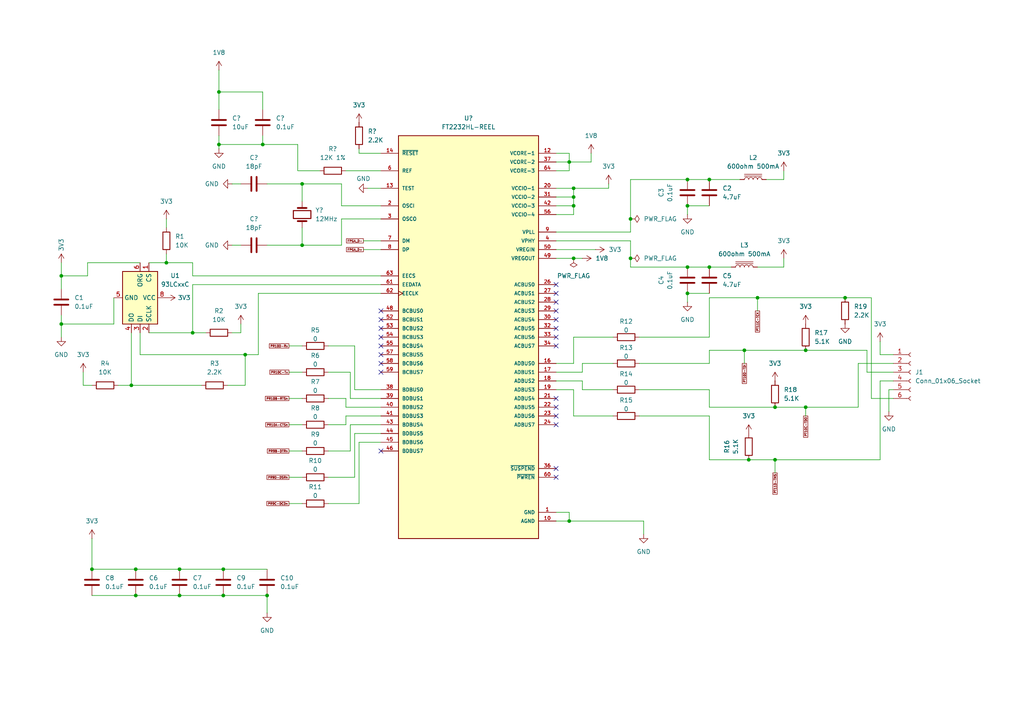
<source format=kicad_sch>
(kicad_sch (version 20250114) (generator "eeschema") (generator_version "9.0")
  (paper "A4")
  (lib_symbols
    (symbol "Connector:Conn_01x06_Socket" (pin_names (offset 1.016) (hide yes))
      (property "Reference" "J" (at 0 7.62 0))
      (property "Value" "Conn_01x06_Socket" (at 0 -10.16 0))
      (symbol "Conn_01x06_Socket_1_1"
        (polyline (pts (xy -1.27 5.08) (xy -0.508 5.08)) (stroke (width 0.1524)))
        (polyline (pts (xy -1.27 2.54) (xy -0.508 2.54)) (stroke (width 0.1524)))
        (polyline (pts (xy -1.27 0) (xy -0.508 0)) (stroke (width 0.1524)))
        (polyline (pts (xy -1.27 -2.54) (xy -0.508 -2.54)) (stroke (width 0.1524)))
        (polyline (pts (xy -1.27 -5.08) (xy -0.508 -5.08)) (stroke (width 0.1524)))
        (polyline (pts (xy -1.27 -7.62) (xy -0.508 -7.62)) (stroke (width 0.1524)))
        (arc (start 0 4.572) (mid -0.5058 5.08) (end 0 5.588) (stroke (width 0.1524)))
        (arc (start 0 2.032) (mid -0.5058 2.54) (end 0 3.048) (stroke (width 0.1524)))
        (arc (start 0 -0.508) (mid -0.5058 0) (end 0 0.508) (stroke (width 0.1524)))
        (arc (start 0 -3.048) (mid -0.5058 -2.54) (end 0 -2.032) (stroke (width 0.1524)))
        (arc (start 0 -5.588) (mid -0.5058 -5.08) (end 0 -4.572) (stroke (width 0.1524)))
        (arc (start 0 -8.128) (mid -0.5058 -7.62) (end 0 -7.112) (stroke (width 0.1524)))
        (pin passive line (at -5.08 5.08 0) (length 3.81) (name "Pin_1") (number "1"))
        (pin passive line (at -5.08 2.54 0) (length 3.81) (name "Pin_2") (number "2"))
        (pin passive line (at -5.08 0 0) (length 3.81) (name "Pin_3") (number "3"))
        (pin passive line (at -5.08 -2.54 0) (length 3.81) (name "Pin_4") (number "4"))
        (pin passive line (at -5.08 -5.08 0) (length 3.81) (name "Pin_5") (number "5"))
        (pin passive line (at -5.08 -7.62 0) (length 3.81) (name "Pin_6") (number "6"))
      )
    )
    (symbol "Device:C" (pin_numbers (hide yes)) (pin_names (offset 0.254))
      (property "Reference" "C" (at 0.635 2.54 0))
      (property "Value" "C" (at 0.635 -2.54 0))
      (symbol "C_0_1"
        (polyline (pts (xy -2.032 0.762) (xy 2.032 0.762)) (stroke (width 0.508)))
        (polyline (pts (xy -2.032 -0.762) (xy 2.032 -0.762)) (stroke (width 0.508)))
      )
      (symbol "C_1_1"
        (pin passive line (at 0 3.81 270) (length 2.794) (name "~") (number "1"))
        (pin passive line (at 0 -3.81 90) (length 2.794) (name "~") (number "2"))
      )
    )
    (symbol "Device:Crystal" (pin_numbers (hide yes)) (pin_names (offset 1.016) (hide yes))
      (property "Reference" "Y" (at 0 3.81 0))
      (property "Value" "Crystal" (at 0 -3.81 0))
      (symbol "Crystal_0_1"
        (polyline (pts (xy -2.54 0) (xy -1.905 0)))
        (polyline (pts (xy -1.905 -1.27) (xy -1.905 1.27)) (stroke (width 0.508)))
        (rectangle (start -1.143 2.54) (end 1.143 -2.54) (stroke (width 0.3048)))
        (polyline (pts (xy 1.905 -1.27) (xy 1.905 1.27)) (stroke (width 0.508)))
        (polyline (pts (xy 2.54 0) (xy 1.905 0)))
      )
      (symbol "Crystal_1_1"
        (pin passive line (at -3.81 0 0) (length 1.27) (name "1") (number "1"))
        (pin passive line (at 3.81 0 180) (length 1.27) (name "2") (number "2"))
      )
    )
    (symbol "Device:L_Iron" (pin_numbers (hide yes)) (pin_names (offset 1.016) (hide yes))
      (property "Reference" "L" (at -1.27 0 90))
      (property "Value" "L_Iron" (at 2.794 0 90))
      (symbol "L_Iron_0_1"
        (arc (start 0 2.54) (mid 0.6323 1.905) (end 0 1.27))
        (arc (start 0 1.27) (mid 0.6323 0.635) (end 0 0))
        (arc (start 0 0) (mid 0.6323 -0.635) (end 0 -1.27))
        (arc (start 0 -1.27) (mid 0.6323 -1.905) (end 0 -2.54))
        (polyline (pts (xy 1.016 2.54) (xy 1.016 -2.54)))
        (polyline (pts (xy 1.524 -2.54) (xy 1.524 2.54)))
      )
      (symbol "L_Iron_1_1"
        (pin passive line (at 0 3.81 270) (length 1.27) (name "1") (number "1"))
        (pin passive line (at 0 -3.81 90) (length 1.27) (name "2") (number "2"))
      )
    )
    (symbol "Device:R" (pin_numbers (hide yes)) (pin_names (offset 0))
      (property "Reference" "R" (at 2.032 0 90))
      (property "Value" "R" (at 0 0 90))
      (symbol "R_0_1"
        (rectangle (start -1.016 -2.54) (end 1.016 2.54) (stroke (width 0.254)))
      )
      (symbol "R_1_1"
        (pin passive line (at 0 3.81 270) (length 1.27) (name "~") (number "1"))
        (pin passive line (at 0 -3.81 90) (length 1.27) (name "~") (number "2"))
      )
    )
    (symbol "FT2232HL-REEL:FT2232HL-REEL" (pin_names (offset 1.016))
      (property "Reference" "U" (at -20.8706 59.303 0))
      (property "Value" "FT2232HL-REEL" (at -20.6502 -62.2055 0))
      (symbol "FT2232HL-REEL_0_0"
        (rectangle (start -20.32 -58.42) (end 20.32 58.42) (stroke (width 0.254)) (fill (type background)))
        (pin input line (at -25.4 53.34 0) (length 5.08) (name "~{RESET}") (number "14"))
        (pin input line (at -25.4 48.26 0) (length 5.08) (name "REF") (number "6"))
        (pin input line (at -25.4 43.18 0) (length 5.08) (name "TEST") (number "13"))
        (pin input line (at -25.4 38.1 0) (length 5.08) (name "OSCI") (number "2"))
        (pin output line (at -25.4 34.29 0) (length 5.08) (name "OSCO") (number "3"))
        (pin bidirectional line (at -25.4 27.94 0) (length 5.08) (name "DM") (number "7"))
        (pin bidirectional line (at -25.4 25.4 0) (length 5.08) (name "DP") (number "8"))
        (pin bidirectional line (at -25.4 17.78 0) (length 5.08) (name "EECS") (number "63"))
        (pin bidirectional line (at -25.4 15.24 0) (length 5.08) (name "EEDATA") (number "61"))
        (pin output clock (at -25.4 12.7 0) (length 5.08) (name "EECLK") (number "62"))
        (pin bidirectional line (at -25.4 7.62 0) (length 5.08) (name "BCBUS0") (number "48"))
        (pin bidirectional line (at -25.4 5.08 0) (length 5.08) (name "BCBUS1") (number "52"))
        (pin bidirectional line (at -25.4 2.54 0) (length 5.08) (name "BCBUS2") (number "53"))
        (pin bidirectional line (at -25.4 0 0) (length 5.08) (name "BCBUS3") (number "54"))
        (pin bidirectional line (at -25.4 -2.54 0) (length 5.08) (name "BCBUS4") (number "55"))
        (pin bidirectional line (at -25.4 -5.08 0) (length 5.08) (name "BCBUS5") (number "57"))
        (pin bidirectional line (at -25.4 -7.62 0) (length 5.08) (name "BCBUS6") (number "58"))
        (pin bidirectional line (at -25.4 -10.16 0) (length 5.08) (name "BCBUS7") (number "59"))
        (pin bidirectional line (at -25.4 -15.24 0) (length 5.08) (name "BDBUS0") (number "38"))
        (pin bidirectional line (at -25.4 -17.78 0) (length 5.08) (name "BDBUS1") (number "39"))
        (pin bidirectional line (at -25.4 -20.32 0) (length 5.08) (name "BDBUS2") (number "40"))
        (pin bidirectional line (at -25.4 -22.86 0) (length 5.08) (name "BDBUS3") (number "41"))
        (pin bidirectional line (at -25.4 -25.4 0) (length 5.08) (name "BDBUS4") (number "43"))
        (pin bidirectional line (at -25.4 -27.94 0) (length 5.08) (name "BDBUS5") (number "44"))
        (pin bidirectional line (at -25.4 -30.48 0) (length 5.08) (name "BDBUS6") (number "45"))
        (pin bidirectional line (at -25.4 -33.02 0) (length 5.08) (name "BDBUS7") (number "46"))
        (pin power_in line (at 25.4 53.34 180) (length 5.08) (name "VCORE-1") (number "12"))
        (pin power_in line (at 25.4 50.8 180) (length 5.08) (name "VCORE-2") (number "37"))
        (pin power_in line (at 25.4 48.26 180) (length 5.08) (name "VCORE-3") (number "64"))
        (pin power_in line (at 25.4 43.18 180) (length 5.08) (name "VCCIO-1") (number "20"))
        (pin power_in line (at 25.4 40.64 180) (length 5.08) (name "VCCIO-2") (number "31"))
        (pin power_in line (at 25.4 38.1 180) (length 5.08) (name "VCCIO-3") (number "42"))
        (pin power_in line (at 25.4 35.56 180) (length 5.08) (name "VCCIO-4") (number "56"))
        (pin power_in line (at 25.4 30.48 180) (length 5.08) (name "VPLL") (number "9"))
        (pin power_in line (at 25.4 27.94 180) (length 5.08) (name "VPHY") (number "4"))
        (pin power_in line (at 25.4 25.4 180) (length 5.08) (name "VREGIN") (number "50"))
        (pin power_in line (at 25.4 22.86 180) (length 5.08) (name "VREGOUT") (number "49"))
        (pin bidirectional line (at 25.4 15.24 180) (length 5.08) (name "ACBUS0") (number "26"))
        (pin bidirectional line (at 25.4 12.7 180) (length 5.08) (name "ACBUS1") (number "27"))
        (pin bidirectional line (at 25.4 10.16 180) (length 5.08) (name "ACBUS2") (number "28"))
        (pin bidirectional line (at 25.4 7.62 180) (length 5.08) (name "ACBUS3") (number "29"))
        (pin bidirectional line (at 25.4 5.08 180) (length 5.08) (name "ACBUS4") (number "30"))
        (pin bidirectional line (at 25.4 2.54 180) (length 5.08) (name "ACBUS5") (number "32"))
        (pin bidirectional line (at 25.4 0 180) (length 5.08) (name "ACBUS6") (number "33"))
        (pin bidirectional line (at 25.4 -2.54 180) (length 5.08) (name "ACBUS7") (number "34"))
        (pin bidirectional line (at 25.4 -7.62 180) (length 5.08) (name "ADBUS0") (number "16"))
        (pin bidirectional line (at 25.4 -10.16 180) (length 5.08) (name "ADBUS1") (number "17"))
        (pin bidirectional line (at 25.4 -12.7 180) (length 5.08) (name "ADBUS2") (number "18"))
        (pin bidirectional line (at 25.4 -15.24 180) (length 5.08) (name "ADBUS3") (number "19"))
        (pin bidirectional line (at 25.4 -17.78 180) (length 5.08) (name "ADBUS4") (number "21"))
        (pin bidirectional line (at 25.4 -20.32 180) (length 5.08) (name "ADBUS5") (number "22"))
        (pin bidirectional line (at 25.4 -22.86 180) (length 5.08) (name "ADBUS6") (number "23"))
        (pin bidirectional line (at 25.4 -25.4 180) (length 5.08) (name "ADBUS7") (number "24"))
        (pin output line (at 25.4 -38.1 180) (length 5.08) (name "~{SUSPEND}") (number "36"))
        (pin output line (at 25.4 -40.64 180) (length 5.08) (name "~{PWREN}") (number "60"))
        (pin power_in line (at 25.4 -50.8 180) (length 5.08) (name "GND") (number "1"))
        (pin power_in line (at 25.4 -50.8 180) (length 5.08) (hide yes) (name "GND") (number "11"))
        (pin power_in line (at 25.4 -50.8 180) (length 5.08) (hide yes) (name "GND") (number "15"))
        (pin power_in line (at 25.4 -50.8 180) (length 5.08) (hide yes) (name "GND") (number "25"))
        (pin power_in line (at 25.4 -50.8 180) (length 5.08) (hide yes) (name "GND") (number "35"))
        (pin power_in line (at 25.4 -50.8 180) (length 5.08) (hide yes) (name "GND") (number "47"))
        (pin power_in line (at 25.4 -50.8 180) (length 5.08) (hide yes) (name "GND") (number "5"))
        (pin power_in line (at 25.4 -50.8 180) (length 5.08) (hide yes) (name "GND") (number "51"))
        (pin power_in line (at 25.4 -53.34 180) (length 5.08) (name "AGND") (number "10"))
      )
    )
    (symbol "Memory_EEPROM:93LCxxC"
      (property "Reference" "U" (at -7.62 6.35 0))
      (property "Value" "93LCxxC" (at 2.54 -6.35 0))
      (symbol "93LCxxC_1_1"
        (rectangle (start -7.62 5.08) (end 7.62 -5.08) (stroke (width 0.254)) (fill (type background)))
        (pin input line (at -10.16 2.54 0) (length 2.54) (name "CS") (number "1"))
        (pin input line (at -10.16 0 0) (length 2.54) (name "ORG") (number "6"))
        (pin no_connect line (at -7.62 -2.54 0) (length 2.54) (hide yes) (name "NC") (number "7"))
        (pin power_in line (at 0 7.62 270) (length 2.54) (name "VCC") (number "8"))
        (pin power_in line (at 0 -7.62 90) (length 2.54) (name "GND") (number "5"))
        (pin input line (at 10.16 2.54 180) (length 2.54) (name "SCLK") (number "2"))
        (pin input line (at 10.16 0 180) (length 2.54) (name "DI") (number "3"))
        (pin tri_state line (at 10.16 -2.54 180) (length 2.54) (name "DO") (number "4"))
      )
    )
    (symbol "power:GND" (power) (pin_numbers (hide yes)) (pin_names (offset 0) (hide yes))
      (property "Value" "GND" (at 0 -3.81 0))
      (symbol "GND_0_1"
        (polyline (pts (xy 0 0) (xy 0 -1.27) (xy 1.27 -1.27) (xy 0 -2.54) (xy -1.27 -1.27) (xy 0 -1.27)))
      )
      (symbol "GND_1_1"
        (pin power_in line (at 0 0 270) (length 0) (name "~") (number "1"))
      )
    )
    (symbol "power:PWR_FLAG" (power) (pin_numbers (hide yes)) (pin_names (offset 0) (hide yes))
      (property "Value" "PWR_FLAG" (at 0 3.81 0))
      (symbol "PWR_FLAG_0_0"
        (pin power_out line (at 0 0 90) (length 0) (name "~") (number "1"))
      )
      (symbol "PWR_FLAG_0_1"
        (polyline (pts (xy 0 0) (xy 0 1.27) (xy -1.016 1.905) (xy 0 2.54) (xy 1.016 1.905) (xy 0 1.27)))
      )
    )
    (symbol "power:VCC" (power) (pin_numbers (hide yes)) (pin_names (offset 0) (hide yes))
      (property "Value" "VCC" (at 0 3.556 0))
      (symbol "VCC_0_1"
        (polyline (pts (xy -0.762 1.27) (xy 0 2.54)))
        (polyline (pts (xy 0 2.54) (xy 0.762 1.27)))
        (polyline (pts (xy 0 0) (xy 0 2.54)))
      )
      (symbol "VCC_1_1"
        (pin power_in line (at 0 0 90) (length 0) (name "~") (number "1"))
      )
    )
  )
  (junction (at 199.39 77.47))
  (junction (at 71.12 102.87))
  (junction (at 63.5 41.91))
  (junction (at 39.37 165.1))
  (junction (at 166.37 57.15))
  (junction (at 64.77 172.72))
  (junction (at 165.1 151.13))
  (junction (at 63.5 26.67))
  (junction (at 77.47 172.72))
  (junction (at 166.37 54.61))
  (junction (at 233.68 101.6))
  (junction (at 165.1 46.99))
  (junction (at 87.63 71.12))
  (junction (at 224.79 118.11))
  (junction (at 39.37 172.72))
  (junction (at 205.74 52.07))
  (junction (at 76.2 41.91))
  (junction (at 17.78 93.98))
  (junction (at 245.11 86.36))
  (junction (at 52.07 172.72))
  (junction (at 52.07 165.1))
  (junction (at 233.68 118.11))
  (junction (at 166.37 59.69))
  (junction (at 224.79 133.35))
  (junction (at 55.88 96.52))
  (junction (at 182.88 74.93))
  (junction (at 38.1 111.76))
  (junction (at 199.39 85.09))
  (junction (at 166.37 74.93))
  (junction (at 48.26 76.2))
  (junction (at 87.63 53.34))
  (junction (at 215.9 101.6))
  (junction (at 199.39 59.69))
  (junction (at 182.88 63.5))
  (junction (at 205.74 77.47))
  (junction (at 219.71 86.36))
  (junction (at 26.67 165.1))
  (junction (at 217.17 133.35))
  (junction (at 64.77 165.1))
  (junction (at 199.39 52.07))
  (junction (at 17.78 80.01))
  (no_connect (at 110.49 130.81))
  (no_connect (at 161.29 135.89))
  (no_connect (at 161.29 82.55))
  (no_connect (at 110.49 107.95))
  (no_connect (at 161.29 87.63))
  (no_connect (at 161.29 115.57))
  (no_connect (at 161.29 85.09))
  (no_connect (at 161.29 97.79))
  (no_connect (at 110.49 102.87))
  (no_connect (at 161.29 118.11))
  (no_connect (at 161.29 95.25))
  (no_connect (at 110.49 105.41))
  (no_connect (at 161.29 92.71))
  (no_connect (at 110.49 97.79))
  (no_connect (at 161.29 120.65))
  (no_connect (at 110.49 90.17))
  (no_connect (at 110.49 100.33))
  (no_connect (at 110.49 92.71))
  (no_connect (at 161.29 138.43))
  (no_connect (at 161.29 100.33))
  (no_connect (at 161.29 123.19))
  (no_connect (at 110.49 95.25))
  (no_connect (at 161.29 90.17))
  (wire (pts (xy 166.37 120.65) (xy 177.8 120.65)))
  (wire (pts (xy 215.9 101.6) (xy 233.68 101.6)))
  (wire (pts (xy 58.42 111.76) (xy 38.1 111.76)))
  (wire (pts (xy 166.37 54.61) (xy 176.53 54.61)))
  (wire (pts (xy 205.74 113.03) (xy 185.42 113.03)))
  (wire (pts (xy 166.37 54.61) (xy 166.37 57.15)))
  (wire (pts (xy 165.1 151.13) (xy 165.1 148.59)))
  (wire (pts (xy 52.07 165.1) (xy 64.77 165.1)))
  (wire (pts (xy 106.68 54.61) (xy 110.49 54.61)))
  (wire (pts (xy 83.82 115.57) (xy 87.63 115.57)))
  (wire (pts (xy 199.39 85.09) (xy 199.39 87.63)))
  (wire (pts (xy 186.69 151.13) (xy 186.69 154.94)))
  (wire (pts (xy 227.33 52.07) (xy 222.25 52.07)))
  (wire (pts (xy 33.02 93.98) (xy 17.78 93.98)))
  (wire (pts (xy 33.02 86.36) (xy 33.02 93.98)))
  (wire (pts (xy 63.5 39.37) (xy 63.5 41.91)))
  (wire (pts (xy 166.37 62.23) (xy 166.37 59.69)))
  (wire (pts (xy 105.41 72.39) (xy 110.49 72.39)))
  (wire (pts (xy 161.29 110.49) (xy 168.91 110.49)))
  (wire (pts (xy 55.88 82.55) (xy 55.88 96.52)))
  (wire (pts (xy 77.47 172.72) (xy 77.47 177.8)))
  (wire (pts (xy 40.64 102.87) (xy 71.12 102.87)))
  (wire (pts (xy 87.63 53.34) (xy 87.63 58.42)))
  (wire (pts (xy 104.14 128.27) (xy 104.14 146.05)))
  (wire (pts (xy 83.82 107.95) (xy 87.63 107.95)))
  (wire (pts (xy 182.88 52.07) (xy 182.88 63.5)))
  (wire (pts (xy 26.67 156.21) (xy 26.67 165.1)))
  (wire (pts (xy 77.47 53.34) (xy 87.63 53.34)))
  (wire (pts (xy 86.36 41.91) (xy 86.36 49.53)))
  (wire (pts (xy 182.88 77.47) (xy 199.39 77.47)))
  (wire (pts (xy 205.74 97.79) (xy 185.42 97.79)))
  (wire (pts (xy 39.37 172.72) (xy 52.07 172.72)))
  (wire (pts (xy 161.29 113.03) (xy 166.37 113.03)))
  (wire (pts (xy 205.74 77.47) (xy 212.09 77.47)))
  (wire (pts (xy 17.78 76.2) (xy 17.78 80.01)))
  (wire (pts (xy 105.41 69.85) (xy 110.49 69.85)))
  (wire (pts (xy 257.81 113.03) (xy 257.81 119.38)))
  (wire (pts (xy 99.06 59.69) (xy 99.06 53.34)))
  (wire (pts (xy 101.6 115.57) (xy 101.6 107.95)))
  (wire (pts (xy 165.1 148.59) (xy 161.29 148.59)))
  (wire (pts (xy 161.29 72.39) (xy 172.72 72.39)))
  (wire (pts (xy 48.26 73.66) (xy 48.26 76.2)))
  (wire (pts (xy 40.64 102.87) (xy 40.64 96.52)))
  (wire (pts (xy 104.14 43.18) (xy 104.14 44.45)))
  (wire (pts (xy 199.39 77.47) (xy 205.74 77.47)))
  (wire (pts (xy 165.1 49.53) (xy 161.29 49.53)))
  (wire (pts (xy 110.49 123.19) (xy 101.6 123.19)))
  (wire (pts (xy 63.5 20.32) (xy 63.5 26.67)))
  (wire (pts (xy 227.33 77.47) (xy 219.71 77.47)))
  (wire (pts (xy 205.74 118.11) (xy 224.79 118.11)))
  (wire (pts (xy 102.87 125.73) (xy 102.87 138.43)))
  (wire (pts (xy 205.74 105.41) (xy 185.42 105.41)))
  (wire (pts (xy 17.78 80.01) (xy 17.78 83.82)))
  (wire (pts (xy 182.88 63.5) (xy 182.88 67.31)))
  (wire (pts (xy 24.13 107.95) (xy 24.13 111.76)))
  (wire (pts (xy 102.87 138.43) (xy 95.25 138.43)))
  (wire (pts (xy 99.06 63.5) (xy 99.06 71.12)))
  (wire (pts (xy 168.91 105.41) (xy 177.8 105.41)))
  (wire (pts (xy 166.37 97.79) (xy 166.37 105.41)))
  (wire (pts (xy 67.31 53.34) (xy 69.85 53.34)))
  (wire (pts (xy 166.37 113.03) (xy 166.37 120.65)))
  (wire (pts (xy 182.88 52.07) (xy 199.39 52.07)))
  (wire (pts (xy 165.1 46.99) (xy 161.29 46.99)))
  (wire (pts (xy 199.39 85.09) (xy 205.74 85.09)))
  (wire (pts (xy 102.87 100.33) (xy 95.25 100.33)))
  (wire (pts (xy 161.29 151.13) (xy 165.1 151.13)))
  (wire (pts (xy 100.33 49.53) (xy 110.49 49.53)))
  (wire (pts (xy 205.74 133.35) (xy 205.74 120.65)))
  (wire (pts (xy 83.82 100.33) (xy 87.63 100.33)))
  (wire (pts (xy 199.39 59.69) (xy 199.39 62.23)))
  (wire (pts (xy 161.29 62.23) (xy 166.37 62.23)))
  (wire (pts (xy 205.74 101.6) (xy 215.9 101.6)))
  (wire (pts (xy 205.74 52.07) (xy 214.63 52.07)))
  (wire (pts (xy 77.47 71.12) (xy 87.63 71.12)))
  (wire (pts (xy 171.45 44.45) (xy 171.45 46.99)))
  (wire (pts (xy 259.08 113.03) (xy 257.81 113.03)))
  (wire (pts (xy 48.26 63.5) (xy 48.26 66.04)))
  (wire (pts (xy 100.33 115.57) (xy 95.25 115.57)))
  (wire (pts (xy 71.12 102.87) (xy 71.12 111.76)))
  (wire (pts (xy 59.69 96.52) (xy 55.88 96.52)))
  (wire (pts (xy 17.78 93.98) (xy 17.78 91.44)))
  (wire (pts (xy 110.49 80.01) (xy 55.88 80.01)))
  (wire (pts (xy 64.77 165.1) (xy 77.47 165.1)))
  (wire (pts (xy 39.37 165.1) (xy 52.07 165.1)))
  (wire (pts (xy 26.67 165.1) (xy 39.37 165.1)))
  (wire (pts (xy 165.1 46.99) (xy 171.45 46.99)))
  (wire (pts (xy 25.4 80.01) (xy 17.78 80.01)))
  (wire (pts (xy 168.91 107.95) (xy 168.91 105.41)))
  (wire (pts (xy 224.79 137.16) (xy 224.79 133.35)))
  (wire (pts (xy 255.27 102.87) (xy 255.27 99.06)))
  (wire (pts (xy 102.87 113.03) (xy 102.87 100.33)))
  (wire (pts (xy 233.68 101.6) (xy 251.46 101.6)))
  (wire (pts (xy 166.37 57.15) (xy 166.37 59.69)))
  (wire (pts (xy 17.78 93.98) (xy 17.78 97.79)))
  (wire (pts (xy 182.88 74.93) (xy 182.88 77.47)))
  (wire (pts (xy 48.26 76.2) (xy 43.18 76.2)))
  (wire (pts (xy 245.11 86.36) (xy 252.73 86.36)))
  (wire (pts (xy 161.29 107.95) (xy 168.91 107.95)))
  (wire (pts (xy 71.12 102.87) (xy 74.93 102.87)))
  (wire (pts (xy 40.64 76.2) (xy 25.4 76.2)))
  (wire (pts (xy 63.5 41.91) (xy 76.2 41.91)))
  (wire (pts (xy 205.74 86.36) (xy 219.71 86.36)))
  (wire (pts (xy 259.08 102.87) (xy 255.27 102.87)))
  (wire (pts (xy 76.2 41.91) (xy 86.36 41.91)))
  (wire (pts (xy 205.74 120.65) (xy 185.42 120.65)))
  (wire (pts (xy 76.2 31.75) (xy 76.2 26.67)))
  (wire (pts (xy 215.9 105.41) (xy 215.9 101.6)))
  (wire (pts (xy 205.74 101.6) (xy 205.74 105.41)))
  (wire (pts (xy 176.53 53.34) (xy 176.53 54.61)))
  (wire (pts (xy 101.6 123.19) (xy 101.6 130.81)))
  (wire (pts (xy 248.92 118.11) (xy 248.92 105.41)))
  (wire (pts (xy 248.92 105.41) (xy 259.08 105.41)))
  (wire (pts (xy 55.88 80.01) (xy 55.88 76.2)))
  (wire (pts (xy 38.1 111.76) (xy 38.1 96.52)))
  (wire (pts (xy 101.6 130.81) (xy 95.25 130.81)))
  (wire (pts (xy 177.8 97.79) (xy 166.37 97.79)))
  (wire (pts (xy 101.6 107.95) (xy 95.25 107.95)))
  (wire (pts (xy 64.77 172.72) (xy 77.47 172.72)))
  (wire (pts (xy 110.49 82.55) (xy 55.88 82.55)))
  (wire (pts (xy 182.88 69.85) (xy 182.88 74.93)))
  (wire (pts (xy 161.29 54.61) (xy 166.37 54.61)))
  (wire (pts (xy 168.91 110.49) (xy 168.91 113.03)))
  (wire (pts (xy 86.36 49.53) (xy 92.71 49.53)))
  (wire (pts (xy 24.13 111.76) (xy 26.67 111.76)))
  (wire (pts (xy 205.74 133.35) (xy 217.17 133.35)))
  (wire (pts (xy 67.31 71.12) (xy 69.85 71.12)))
  (wire (pts (xy 205.74 86.36) (xy 205.74 97.79)))
  (wire (pts (xy 83.82 123.19) (xy 87.63 123.19)))
  (wire (pts (xy 110.49 115.57) (xy 101.6 115.57)))
  (wire (pts (xy 26.67 172.72) (xy 39.37 172.72)))
  (wire (pts (xy 165.1 46.99) (xy 165.1 49.53)))
  (wire (pts (xy 233.68 118.11) (xy 248.92 118.11)))
  (wire (pts (xy 161.29 69.85) (xy 182.88 69.85)))
  (wire (pts (xy 252.73 86.36) (xy 252.73 115.57)))
  (wire (pts (xy 165.1 44.45) (xy 165.1 46.99)))
  (wire (pts (xy 104.14 146.05) (xy 95.25 146.05)))
  (wire (pts (xy 87.63 53.34) (xy 99.06 53.34)))
  (wire (pts (xy 63.5 26.67) (xy 63.5 31.75)))
  (wire (pts (xy 251.46 107.95) (xy 259.08 107.95)))
  (wire (pts (xy 25.4 76.2) (xy 25.4 80.01)))
  (wire (pts (xy 217.17 133.35) (xy 224.79 133.35)))
  (wire (pts (xy 104.14 44.45) (xy 110.49 44.45)))
  (wire (pts (xy 199.39 59.69) (xy 205.74 59.69)))
  (wire (pts (xy 110.49 59.69) (xy 99.06 59.69)))
  (wire (pts (xy 161.29 57.15) (xy 166.37 57.15)))
  (wire (pts (xy 83.82 138.43) (xy 87.63 138.43)))
  (wire (pts (xy 227.33 74.93) (xy 227.33 77.47)))
  (wire (pts (xy 48.26 76.2) (xy 55.88 76.2)))
  (wire (pts (xy 255.27 110.49) (xy 259.08 110.49)))
  (wire (pts (xy 205.74 118.11) (xy 205.74 113.03)))
  (wire (pts (xy 255.27 133.35) (xy 255.27 110.49)))
  (wire (pts (xy 69.85 96.52) (xy 67.31 96.52)))
  (wire (pts (xy 161.29 74.93) (xy 166.37 74.93)))
  (wire (pts (xy 34.29 111.76) (xy 38.1 111.76)))
  (wire (pts (xy 110.49 125.73) (xy 102.87 125.73)))
  (wire (pts (xy 63.5 43.18) (xy 63.5 41.91)))
  (wire (pts (xy 166.37 59.69) (xy 161.29 59.69)))
  (wire (pts (xy 110.49 113.03) (xy 102.87 113.03)))
  (wire (pts (xy 161.29 67.31) (xy 182.88 67.31)))
  (wire (pts (xy 76.2 39.37) (xy 76.2 41.91)))
  (wire (pts (xy 100.33 123.19) (xy 95.25 123.19)))
  (wire (pts (xy 110.49 120.65) (xy 100.33 120.65)))
  (wire (pts (xy 161.29 44.45) (xy 165.1 44.45)))
  (wire (pts (xy 110.49 85.09) (xy 74.93 85.09)))
  (wire (pts (xy 166.37 105.41) (xy 161.29 105.41)))
  (wire (pts (xy 83.82 130.81) (xy 87.63 130.81)))
  (wire (pts (xy 233.68 118.11) (xy 233.68 120.65)))
  (wire (pts (xy 168.91 113.03) (xy 177.8 113.03)))
  (wire (pts (xy 99.06 71.12) (xy 87.63 71.12)))
  (wire (pts (xy 110.49 128.27) (xy 104.14 128.27)))
  (wire (pts (xy 100.33 120.65) (xy 100.33 123.19)))
  (wire (pts (xy 224.79 133.35) (xy 255.27 133.35)))
  (wire (pts (xy 165.1 151.13) (xy 186.69 151.13)))
  (wire (pts (xy 52.07 172.72) (xy 64.77 172.72)))
  (wire (pts (xy 227.33 49.53) (xy 227.33 52.07)))
  (wire (pts (xy 110.49 118.11) (xy 100.33 118.11)))
  (wire (pts (xy 71.12 111.76) (xy 66.04 111.76)))
  (wire (pts (xy 100.33 118.11) (xy 100.33 115.57)))
  (wire (pts (xy 219.71 86.36) (xy 219.71 90.17)))
  (wire (pts (xy 55.88 96.52) (xy 43.18 96.52)))
  (wire (pts (xy 224.79 118.11) (xy 233.68 118.11)))
  (wire (pts (xy 83.82 146.05) (xy 87.63 146.05)))
  (wire (pts (xy 166.37 74.93) (xy 168.91 74.93)))
  (wire (pts (xy 76.2 26.67) (xy 63.5 26.67)))
  (wire (pts (xy 87.63 71.12) (xy 87.63 66.04)))
  (wire (pts (xy 251.46 101.6) (xy 251.46 107.95)))
  (wire (pts (xy 69.85 93.98) (xy 69.85 96.52)))
  (wire (pts (xy 199.39 52.07) (xy 205.74 52.07)))
  (wire (pts (xy 74.93 85.09) (xy 74.93 102.87)))
  (wire (pts (xy 252.73 115.57) (xy 259.08 115.57)))
  (wire (pts (xy 219.71 86.36) (xy 245.11 86.36)))
  (wire (pts (xy 110.49 63.5) (xy 99.06 63.5)))
  (global_label "PR10A-CTSn" (shape passive) (at 83.82 123.19 180) (effects (font (size 0.635 0.635))) (property "Intersheetrefs" "${INTERSHEET_REFS}" (effects (hide yes))))
  (global_label "PT10D-TDI" (shape passive) (at 215.9 105.41 270) (effects (font (size 0.635 0.635))) (property "Intersheetrefs" "${INTERSHEET_REFS}" (effects (hide yes))))
  (global_label "PT11D-TMS" (shape passive) (at 224.79 137.16 270) (effects (font (size 0.635 0.635))) (property "Intersheetrefs" "${INTERSHEET_REFS}" (effects (hide yes))))
  (global_label "PR10B-RTSn" (shape passive) (at 83.82 115.57 180) (effects (font (size 0.635 0.635))) (property "Intersheetrefs" "${INTERSHEET_REFS}" (effects (hide yes))))
  (global_label "PR10C-Tx" (shape passive) (at 83.82 107.95 180) (effects (font (size 0.635 0.635))) (property "Intersheetrefs" "${INTERSHEET_REFS}" (effects (hide yes))))
  (global_label "PR9B-DTRn" (shape passive) (at 83.82 130.81 180) (effects (font (size 0.635 0.635))) (property "Intersheetrefs" "${INTERSHEET_REFS}" (effects (hide yes))))
  (global_label "PT11C-TCK" (shape passive) (at 219.71 90.17 270) (effects (font (size 0.635 0.635))) (property "Intersheetrefs" "${INTERSHEET_REFS}" (effects (hide yes))))
  (global_label "FPGA_D-" (shape passive) (at 105.41 69.85 180) (effects (font (size 0.635 0.635))) (property "Intersheetrefs" "${INTERSHEET_REFS}" (effects (hide yes))))
  (global_label "PR10D-Rx" (shape passive) (at 83.82 100.33 180) (effects (font (size 0.635 0.635))) (property "Intersheetrefs" "${INTERSHEET_REFS}" (effects (hide yes))))
  (global_label "PT10C-TDO" (shape passive) (at 233.68 120.65 270) (effects (font (size 0.635 0.635))) (property "Intersheetrefs" "${INTERSHEET_REFS}" (effects (hide yes))))
  (global_label "PR9C-DCDn" (shape passive) (at 83.82 146.05 180) (effects (font (size 0.635 0.635))) (property "Intersheetrefs" "${INTERSHEET_REFS}" (effects (hide yes))))
  (global_label "FPGA_D+" (shape passive) (at 105.41 72.39 180) (effects (font (size 0.635 0.635))) (property "Intersheetrefs" "${INTERSHEET_REFS}" (effects (hide yes))))
  (global_label "PR9D-DSRn" (shape passive) (at 83.82 138.43 180) (effects (font (size 0.635 0.635))) (property "Intersheetrefs" "${INTERSHEET_REFS}" (effects (hide yes))))
  (symbol (lib_id "Device:C") (at 26.67 168.91 0) (unit 1)
    (property "Reference" "C8" (at 30.48 167.6399 0) (effects (justify left)))
    (property "Value" "0.1uF" (at 30.48 170.1799 0) (effects (justify left)))
    (property "Footprint" "Capacitor_SMD:C_0603_1608Metric_Pad1.08x0.95mm_HandSolder" (effects (hide yes)))
    (property "Description" "Unpolarized capacitor" (effects (hide yes)))
  )
  (symbol (lib_id "power:VCC") (at 176.53 53.34 0) (unit 1)
    (property "Reference" "#PWR07" (effects (hide yes)))
    (property "Value" "3V3" (at 176.53 48.26 0))
    (property "Description" "Power symbol creates a global label with name \"VCC\"" (effects (hide yes)))
  )
  (symbol (lib_id "Device:C") (at 77.47 168.91 0) (unit 1)
    (property "Reference" "C10" (at 81.28 167.6399 0) (effects (justify left)))
    (property "Value" "0.1uF" (at 81.28 170.1799 0) (effects (justify left)))
    (property "Footprint" "Capacitor_SMD:C_0603_1608Metric_Pad1.08x0.95mm_HandSolder" (effects (hide yes)))
    (property "Description" "Unpolarized capacitor" (effects (hide yes)))
  )
  (symbol (lib_id "power:VCC") (at 104.14 35.56 0) (unit 1)
    (property "Reference" "#PWR0103" (effects (hide yes)))
    (property "Value" "3V3" (at 104.14 30.48 0))
    (property "Description" "Power symbol creates a global label with name \"VCC\"" (effects (hide yes)))
  )
  (symbol (lib_id "power:GND") (at 67.31 71.12 270) (unit 1)
    (property "Reference" "#PWR0107" (effects (hide yes)))
    (property "Value" "GND" (at 63.5 71.1199 90) (effects (justify right)))
    (property "Description" "Power symbol creates a global label with name \"GND\" , ground" (effects (hide yes)))
  )
  (symbol (lib_id "power:VCC") (at 172.72 72.39 270) (unit 1)
    (property "Reference" "#PWR0101" (effects (hide yes)))
    (property "Value" "3V3" (at 176.53 72.3899 90) (effects (justify left)))
    (property "Description" "Power symbol creates a global label with name \"VCC\"" (effects (hide yes)))
  )
  (symbol (lib_id "Device:R") (at 91.44 115.57 90) (unit 1)
    (property "Reference" "R7" (at 91.44 110.744 90))
    (property "Value" "0" (at 91.44 113.284 90))
    (property "Footprint" "Resistor_SMD:R_0603_1608Metric_Pad0.98x0.95mm_HandSolder" (effects (hide yes)))
    (property "Description" "Resistor" (effects (hide yes)))
  )
  (symbol (lib_id "Device:C") (at 199.39 81.28 180) (unit 1)
    (property "Reference" "C4" (at 191.77 81.28 90))
    (property "Value" "0.1uF" (at 194.31 81.28 90))
    (property "Footprint" "Capacitor_SMD:C_0603_1608Metric_Pad1.08x0.95mm_HandSolder" (effects (hide yes)))
    (property "Description" "Unpolarized capacitor" (effects (hide yes)))
  )
  (symbol (lib_id "Device:R") (at 217.17 129.54 0) (unit 1)
    (property "Reference" "R16" (at 210.82 129.54 90))
    (property "Value" "5.1K" (at 213.36 129.54 90))
    (property "Footprint" "Resistor_SMD:R_0603_1608Metric_Pad0.98x0.95mm_HandSolder" (effects (hide yes)))
    (property "Description" "Resistor" (effects (hide yes)))
  )
  (symbol (lib_id "Device:L_Iron") (at 218.44 52.07 90) (unit 1)
    (property "Reference" "L2" (at 218.44 45.72 90))
    (property "Value" "600ohm 500mA" (at 218.44 48.26 90))
    (property "Footprint" "Inductor_SMD:L_0603_1608Metric_Pad1.05x0.95mm_HandSolder" (effects (hide yes)))
    (property "Description" "Inductor with iron core" (effects (hide yes)))
  )
  (symbol (lib_id "Device:R") (at 96.52 49.53 90) (unit 1)
    (property "Reference" "R?" (at 96.52 43.18 90))
    (property "Value" "12K 1%" (at 96.52 45.72 90))
    (property "Footprint" "Resistor_SMD:R_0603_1608Metric_Pad0.98x0.95mm_HandSolder" (effects (hide yes)))
    (property "Description" "Resistor" (effects (hide yes)))
  )
  (symbol (lib_id "Device:R") (at 91.44 146.05 90) (unit 1)
    (property "Reference" "R11" (at 91.44 141.224 90))
    (property "Value" "0" (at 91.44 143.764 90))
    (property "Footprint" "Resistor_SMD:R_0603_1608Metric_Pad0.98x0.95mm_HandSolder" (effects (hide yes)))
    (property "Description" "Resistor" (effects (hide yes)))
  )
  (symbol (lib_id "power:GND") (at 257.81 119.38 0) (unit 1)
    (property "Reference" "#PWR014" (effects (hide yes)))
    (property "Value" "GND" (at 257.81 124.46 0))
    (property "Description" "Power symbol creates a global label with name \"GND\" , ground" (effects (hide yes)))
  )
  (symbol (lib_id "power:VCC") (at 224.79 110.49 0) (unit 1)
    (property "Reference" "#PWR091" (effects (hide yes)))
    (property "Value" "3V3" (at 224.79 105.41 0))
    (property "Description" "Power symbol creates a global label with name \"VCC\"" (effects (hide yes)))
  )
  (symbol (lib_id "power:VCC") (at 26.67 156.21 0) (unit 1)
    (property "Reference" "#PWR018" (effects (hide yes)))
    (property "Value" "3V3" (at 26.67 151.13 0))
    (property "Description" "Power symbol creates a global label with name \"VCC\"" (effects (hide yes)))
  )
  (symbol (lib_id "power:PWR_FLAG") (at 182.88 63.5 270) (unit 1)
    (property "Reference" "#FLG04" (effects (hide yes)))
    (property "Value" "PWR_FLAG" (at 186.69 63.4999 90) (effects (justify left)))
    (property "Description" "Special symbol for telling ERC where power comes from" (effects (hide yes)))
  )
  (symbol (lib_id "Device:C") (at 39.37 168.91 0) (unit 1)
    (property "Reference" "C6" (at 43.18 167.6399 0) (effects (justify left)))
    (property "Value" "0.1uF" (at 43.18 170.1799 0) (effects (justify left)))
    (property "Footprint" "Capacitor_SMD:C_0603_1608Metric_Pad1.08x0.95mm_HandSolder" (effects (hide yes)))
    (property "Description" "Unpolarized capacitor" (effects (hide yes)))
  )
  (symbol (lib_id "power:GND") (at 186.69 154.94 0) (unit 1)
    (property "Reference" "#PWR015" (effects (hide yes)))
    (property "Value" "GND" (at 186.69 160.02 0))
    (property "Description" "Power symbol creates a global label with name \"GND\" , ground" (effects (hide yes)))
  )
  (symbol (lib_id "Device:C") (at 73.66 53.34 90) (unit 1)
    (property "Reference" "C?" (at 73.66 45.72 90))
    (property "Value" "18pF" (at 73.66 48.26 90))
    (property "Footprint" "Capacitor_SMD:C_0603_1608Metric_Pad1.08x0.95mm_HandSolder" (effects (hide yes)))
    (property "Description" "Unpolarized capacitor" (effects (hide yes)))
  )
  (symbol (lib_id "power:VCC") (at 48.26 86.36 270) (unit 1)
    (property "Reference" "#PWR04" (effects (hide yes)))
    (property "Value" "3V3" (at 51.562 86.36 90) (effects (justify left)))
    (property "Description" "Power symbol creates a global label with name \"VCC\"" (effects (hide yes)))
  )
  (symbol (lib_id "power:GND") (at 199.39 62.23 0) (unit 1)
    (property "Reference" "#PWR09" (effects (hide yes)))
    (property "Value" "GND" (at 199.39 67.31 0))
    (property "Description" "Power symbol creates a global label with name \"GND\" , ground" (effects (hide yes)))
  )
  (symbol (lib_id "Device:R") (at 48.26 69.85 180) (unit 1)
    (property "Reference" "R1" (at 50.8 68.5799 0) (effects (justify right)))
    (property "Value" "10K" (at 50.8 71.1199 0) (effects (justify right)))
    (property "Footprint" "Resistor_SMD:R_0603_1608Metric_Pad0.98x0.95mm_HandSolder" (effects (hide yes)))
    (property "Description" "Resistor" (effects (hide yes)))
  )
  (symbol (lib_id "power:VCC") (at 227.33 49.53 0) (unit 1)
    (property "Reference" "#PWR010" (effects (hide yes)))
    (property "Value" "3V3" (at 227.33 44.45 0))
    (property "Description" "Power symbol creates a global label with name \"VCC\"" (effects (hide yes)))
  )
  (symbol (lib_id "power:VCC") (at 48.26 63.5 0) (unit 1)
    (property "Reference" "#PWR01" (effects (hide yes)))
    (property "Value" "3V3" (at 48.26 58.42 0))
    (property "Description" "Power symbol creates a global label with name \"VCC\"" (effects (hide yes)))
  )
  (symbol (lib_id "power:VCC") (at 255.27 99.06 0) (unit 1)
    (property "Reference" "#PWR013" (effects (hide yes)))
    (property "Value" "3V3" (at 255.27 93.98 0))
    (property "Description" "Power symbol creates a global label with name \"VCC\"" (effects (hide yes)))
  )
  (symbol (lib_id "power:GND") (at 17.78 97.79 0) (unit 1)
    (property "Reference" "#PWR06" (effects (hide yes)))
    (property "Value" "GND" (at 17.78 102.87 0))
    (property "Description" "Power symbol creates a global label with name \"GND\" , ground" (effects (hide yes)))
  )
  (symbol (lib_id "Device:C") (at 52.07 168.91 0) (unit 1)
    (property "Reference" "C7" (at 55.88 167.6399 0) (effects (justify left)))
    (property "Value" "0.1uF" (at 55.88 170.1799 0) (effects (justify left)))
    (property "Footprint" "Capacitor_SMD:C_0603_1608Metric_Pad1.08x0.95mm_HandSolder" (effects (hide yes)))
    (property "Description" "Unpolarized capacitor" (effects (hide yes)))
  )
  (symbol (lib_id "Device:C") (at 205.74 81.28 180) (unit 1)
    (property "Reference" "C5" (at 209.55 80.0099 0) (effects (justify right)))
    (property "Value" "4.7uF" (at 209.55 82.5499 0) (effects (justify right)))
    (property "Footprint" "Capacitor_SMD:C_0603_1608Metric_Pad1.08x0.95mm_HandSolder" (effects (hide yes)))
    (property "Description" "Unpolarized capacitor" (effects (hide yes)))
  )
  (symbol (lib_id "Device:C") (at 64.77 168.91 0) (unit 1)
    (property "Reference" "C9" (at 68.58 167.6399 0) (effects (justify left)))
    (property "Value" "0.1uF" (at 68.58 170.1799 0) (effects (justify left)))
    (property "Footprint" "Capacitor_SMD:C_0603_1608Metric_Pad1.08x0.95mm_HandSolder" (effects (hide yes)))
    (property "Description" "Unpolarized capacitor" (effects (hide yes)))
  )
  (symbol (lib_id "power:GND") (at 67.31 53.34 270) (unit 1)
    (property "Reference" "#PWR0108" (effects (hide yes)))
    (property "Value" "GND" (at 63.5 53.3399 90) (effects (justify right)))
    (property "Description" "Power symbol creates a global label with name \"GND\" , ground" (effects (hide yes)))
  )
  (symbol (lib_id "Device:Crystal") (at 87.63 62.23 270) (unit 1)
    (property "Reference" "Y?" (at 91.44 60.9599 90) (effects (justify left)))
    (property "Value" "12MHz" (at 91.44 63.4999 90) (effects (justify left)))
    (property "Footprint" "Crystal:Crystal_SMD_TXC_7A-2Pin_5x3.2mm" (effects (hide yes)))
    (property "Description" "Two pin crystal" (effects (hide yes)))
  )
  (symbol (lib_id "power:VCC") (at 217.17 125.73 0) (unit 1)
    (property "Reference" "#PWR094" (effects (hide yes)))
    (property "Value" "3V3" (at 217.17 120.65 0))
    (property "Description" "Power symbol creates a global label with name \"VCC\"" (effects (hide yes)))
  )
  (symbol (lib_id "Connector:Conn_01x06_Socket") (at 264.16 107.95 0) (unit 1)
    (property "Reference" "J1" (at 265.43 107.9499 0) (effects (justify left)))
    (property "Value" "Conn_01x06_Socket" (at 265.43 110.4899 0) (effects (justify left)))
    (property "Footprint" "Connector_Hirose:Hirose_DF13-06P-1.25DSA_1x06_P1.25mm_Vertical" (effects (hide yes)))
    (property "Description" "Generic connector, single row, 01x06, script generated" (effects (hide yes)))
  )
  (symbol (lib_id "power:VCC") (at 69.85 93.98 0) (unit 1)
    (property "Reference" "#PWR02" (effects (hide yes)))
    (property "Value" "3V3" (at 69.85 88.9 0))
    (property "Description" "Power symbol creates a global label with name \"VCC\"" (effects (hide yes)))
  )
  (symbol (lib_id "Device:R") (at 181.61 120.65 90) (unit 1)
    (property "Reference" "R15" (at 181.61 116.078 90))
    (property "Value" "0" (at 181.61 118.618 90))
    (property "Footprint" "Resistor_SMD:R_0603_1608Metric_Pad0.98x0.95mm_HandSolder" (effects (hide yes)))
    (property "Description" "Resistor" (effects (hide yes)))
  )
  (symbol (lib_id "Device:C") (at 17.78 87.63 0) (unit 1)
    (property "Reference" "C1" (at 21.59 86.3599 0) (effects (justify left)))
    (property "Value" "0.1uF" (at 21.59 88.8999 0) (effects (justify left)))
    (property "Footprint" "Capacitor_SMD:C_0603_1608Metric_Pad1.08x0.95mm_HandSolder" (effects (hide yes)))
    (property "Description" "Unpolarized capacitor" (effects (hide yes)))
  )
  (symbol (lib_id "power:VCC") (at 17.78 76.2 0) (unit 1)
    (property "Reference" "#PWR05" (effects (hide yes)))
    (property "Value" "3V3" (at 17.78 72.898 90) (effects (justify left)))
    (property "Description" "Power symbol creates a global label with name \"VCC\"" (effects (hide yes)))
  )
  (symbol (lib_id "power:VCC") (at 63.5 20.32 0) (unit 1)
    (property "Reference" "#PWR0105" (effects (hide yes)))
    (property "Value" "1V8" (at 63.5 15.24 0))
    (property "Description" "Power symbol creates a global label with name \"VCC\"" (effects (hide yes)))
  )
  (symbol (lib_id "Device:R") (at 245.11 90.17 0) (unit 1)
    (property "Reference" "R19" (at 247.65 88.8999 0) (effects (justify left)))
    (property "Value" "2.2K" (at 247.65 91.4399 0) (effects (justify left)))
    (property "Footprint" "Resistor_SMD:R_0603_1608Metric_Pad0.98x0.95mm_HandSolder" (effects (hide yes)))
    (property "Description" "Resistor" (effects (hide yes)))
  )
  (symbol (lib_id "Device:R") (at 91.44 107.95 90) (unit 1)
    (property "Reference" "R6" (at 91.44 103.124 90))
    (property "Value" "0" (at 91.44 105.664 90))
    (property "Footprint" "Resistor_SMD:R_0603_1608Metric_Pad0.98x0.95mm_HandSolder" (effects (hide yes)))
    (property "Description" "Resistor" (effects (hide yes)))
  )
  (symbol (lib_id "Device:R") (at 91.44 100.33 90) (unit 1)
    (property "Reference" "R5" (at 91.44 95.758 90))
    (property "Value" "0" (at 91.44 98.298 90))
    (property "Footprint" "Resistor_SMD:R_0603_1608Metric_Pad0.98x0.95mm_HandSolder" (effects (hide yes)))
    (property "Description" "Resistor" (effects (hide yes)))
  )
  (symbol (lib_id "Device:R") (at 62.23 111.76 270) (unit 1)
    (property "Reference" "R3" (at 62.23 105.41 90))
    (property "Value" "2.2K" (at 62.23 107.95 90))
    (property "Footprint" "Resistor_SMD:R_0603_1608Metric_Pad0.98x0.95mm_HandSolder" (effects (hide yes)))
    (property "Description" "Resistor" (effects (hide yes)))
  )
  (symbol (lib_id "Device:R") (at 91.44 123.19 90) (unit 1)
    (property "Reference" "R8" (at 91.44 118.364 90))
    (property "Value" "0" (at 91.44 120.904 90))
    (property "Footprint" "Resistor_SMD:R_0603_1608Metric_Pad0.98x0.95mm_HandSolder" (effects (hide yes)))
    (property "Description" "Resistor" (effects (hide yes)))
  )
  (symbol (lib_id "FT2232HL-REEL:FT2232HL-REEL") (at 135.89 97.79 0) (unit 1)
    (property "Reference" "U?" (at 135.89 34.29 0))
    (property "Value" "FT2232HL-REEL" (at 135.89 36.83 0))
    (property "Footprint" "FT2232HL:QFP50P1200X1200X160-64N" (effects (hide yes)))
    (property "MF" "FTDI, Future" (effects (hide yes)))
    (property "Description_1" "USB Bridge, USB to UART,FIFO USB 2.0 UART Interface 64-LQFP (10x10)" (effects (hide yes)))
    (property "Package" "LQFP-64 FTDI" (effects (hide yes)))
    (property "Price" "None" (effects (hide yes)))
    (property "Check_prices" "https://www.snapeda.com/parts/FT2232HL/FTDI/view-part/?ref=eda" (effects (hide yes)))
    (property "SnapEDA_Link" "https://www.snapeda.com/parts/FT2232HL/FTDI/view-part/?ref=snap" (effects (hide yes)))
    (property "MP" "FT2232HL" (effects (hide yes)))
    (property "Purchase-URL" "https://www.snapeda.com/api/url_track_click_mouser/?unipart_id=497842&manufacturer=FTDI, Future&part_name=FT2232HL&search_term=ft2232h" (effects (hide yes)))
    (property "Availability" "Not in stock" (effects (hide yes)))
    (property "MANUFACTURER" "FTDI" (effects (hide yes)))
  )
  (symbol (lib_id "Memory_EEPROM:93LCxxC") (at 40.64 86.36 270) (unit 1)
    (property "Reference" "U1" (at 50.8 79.9398 90))
    (property "Value" "93LCxxC" (at 50.8 82.4798 90))
    (property "Footprint" "Package_SO:SO-8_3.9x4.9mm_P1.27mm" (effects (hide yes)))
    (property "Datasheet" "http://ww1.microchip.com/downloads/en/DeviceDoc/20001749K.pdf" (effects (hide yes)))
    (property "Description" "Serial EEPROM, 93 Series, with ORG Pin, 2.5V, DIP-8/SOIC-8" (effects (hide yes)))
  )
  (symbol (lib_id "Device:C") (at 199.39 55.88 180) (unit 1)
    (property "Reference" "C3" (at 191.77 55.88 90))
    (property "Value" "0.1uF" (at 194.31 55.88 90))
    (property "Footprint" "Capacitor_SMD:C_0603_1608Metric_Pad1.08x0.95mm_HandSolder" (effects (hide yes)))
    (property "Description" "Unpolarized capacitor" (effects (hide yes)))
  )
  (symbol (lib_id "power:VCC") (at 233.68 93.98 0) (unit 1)
    (property "Reference" "#PWR093" (effects (hide yes)))
    (property "Value" "3V3" (at 233.68 88.9 0))
    (property "Description" "Power symbol creates a global label with name \"VCC\"" (effects (hide yes)))
  )
  (symbol (lib_id "power:GND") (at 245.11 93.98 0) (unit 1)
    (property "Reference" "#PWR092" (effects (hide yes)))
    (property "Value" "GND" (at 245.11 99.06 0))
    (property "Description" "Power symbol creates a global label with name \"GND\" , ground" (effects (hide yes)))
  )
  (symbol (lib_id "power:VCC") (at 171.45 44.45 0) (unit 1)
    (property "Reference" "#PWR08" (effects (hide yes)))
    (property "Value" "1V8" (at 171.45 39.37 0))
    (property "Description" "Power symbol creates a global label with name \"VCC\"" (effects (hide yes)))
  )
  (symbol (lib_id "Device:R") (at 181.61 113.03 90) (unit 1)
    (property "Reference" "R14" (at 181.61 108.458 90))
    (property "Value" "0" (at 181.61 110.998 90))
    (property "Footprint" "Resistor_SMD:R_0603_1608Metric_Pad0.98x0.95mm_HandSolder" (effects (hide yes)))
    (property "Description" "Resistor" (effects (hide yes)))
  )
  (symbol (lib_id "Device:R") (at 181.61 97.79 90) (unit 1)
    (property "Reference" "R12" (at 181.61 93.218 90))
    (property "Value" "0" (at 181.61 95.758 90))
    (property "Footprint" "Resistor_SMD:R_0603_1608Metric_Pad0.98x0.95mm_HandSolder" (effects (hide yes)))
    (property "Description" "Resistor" (effects (hide yes)))
  )
  (symbol (lib_id "Device:R") (at 63.5 96.52 270) (unit 1)
    (property "Reference" "R2" (at 63.5 90.17 90))
    (property "Value" "10K" (at 63.5 92.71 90))
    (property "Footprint" "Resistor_SMD:R_0603_1608Metric_Pad0.98x0.95mm_HandSolder" (effects (hide yes)))
    (property "Description" "Resistor" (effects (hide yes)))
  )
  (symbol (lib_id "Device:C") (at 76.2 35.56 0) (unit 1)
    (property "Reference" "C?" (at 80.01 34.2899 0) (effects (justify left)))
    (property "Value" "0.1uF" (at 80.01 36.8299 0) (effects (justify left)))
    (property "Footprint" "Capacitor_SMD:C_0603_1608Metric_Pad1.08x0.95mm_HandSolder" (effects (hide yes)))
    (property "Description" "Unpolarized capacitor" (effects (hide yes)))
  )
  (symbol (lib_id "power:GND") (at 77.47 177.8 0) (unit 1)
    (property "Reference" "#PWR019" (effects (hide yes)))
    (property "Value" "GND" (at 77.47 182.88 0))
    (property "Description" "Power symbol creates a global label with name \"GND\" , ground" (effects (hide yes)))
  )
  (symbol (lib_id "Device:R") (at 91.44 138.43 90) (unit 1)
    (property "Reference" "R10" (at 91.44 133.604 90))
    (property "Value" "0" (at 91.44 136.144 90))
    (property "Footprint" "Resistor_SMD:R_0603_1608Metric_Pad0.98x0.95mm_HandSolder" (effects (hide yes)))
    (property "Description" "Resistor" (effects (hide yes)))
  )
  (symbol (lib_id "power:VCC") (at 24.13 107.95 0) (unit 1)
    (property "Reference" "#PWR03" (effects (hide yes)))
    (property "Value" "3V3" (at 24.13 102.87 0))
    (property "Description" "Power symbol creates a global label with name \"VCC\"" (effects (hide yes)))
  )
  (symbol (lib_id "power:VCC") (at 227.33 74.93 0) (unit 1)
    (property "Reference" "#PWR012" (effects (hide yes)))
    (property "Value" "3V3" (at 227.33 69.85 0))
    (property "Description" "Power symbol creates a global label with name \"VCC\"" (effects (hide yes)))
  )
  (symbol (lib_id "Device:C") (at 63.5 35.56 0) (unit 1)
    (property "Reference" "C?" (at 67.31 34.2899 0) (effects (justify left)))
    (property "Value" "10uF" (at 67.31 36.8299 0) (effects (justify left)))
    (property "Footprint" "Capacitor_SMD:C_0603_1608Metric_Pad1.08x0.95mm_HandSolder" (effects (hide yes)))
    (property "Description" "Unpolarized capacitor" (effects (hide yes)))
  )
  (symbol (lib_id "Device:R") (at 181.61 105.41 90) (unit 1)
    (property "Reference" "R13" (at 181.61 100.838 90))
    (property "Value" "0" (at 181.61 103.378 90))
    (property "Footprint" "Resistor_SMD:R_0603_1608Metric_Pad0.98x0.95mm_HandSolder" (effects (hide yes)))
    (property "Description" "Resistor" (effects (hide yes)))
  )
  (symbol (lib_id "power:GND") (at 199.39 87.63 0) (unit 1)
    (property "Reference" "#PWR011" (effects (hide yes)))
    (property "Value" "GND" (at 199.39 92.71 0))
    (property "Description" "Power symbol creates a global label with name \"GND\" , ground" (effects (hide yes)))
  )
  (symbol (lib_id "Device:R") (at 233.68 97.79 0) (unit 1)
    (property "Reference" "R17" (at 236.22 96.5199 0) (effects (justify left)))
    (property "Value" "5.1K" (at 236.22 99.0599 0) (effects (justify left)))
    (property "Footprint" "Resistor_SMD:R_0603_1608Metric_Pad0.98x0.95mm_HandSolder" (effects (hide yes)))
    (property "Description" "Resistor" (effects (hide yes)))
  )
  (symbol (lib_id "power:GND") (at 106.68 54.61 270) (unit 1)
    (property "Reference" "#PWR0104" (effects (hide yes)))
    (property "Value" "GND" (at 105.41 51.816 90))
    (property "Description" "Power symbol creates a global label with name \"GND\" , ground" (effects (hide yes)))
  )
  (symbol (lib_id "power:VCC") (at 168.91 74.93 270) (unit 1)
    (property "Reference" "#PWR0102" (effects (hide yes)))
    (property "Value" "1V8" (at 172.72 74.9299 90) (effects (justify left)))
    (property "Description" "Power symbol creates a global label with name \"VCC\"" (effects (hide yes)))
  )
  (symbol (lib_id "power:GND") (at 63.5 43.18 0) (unit 1)
    (property "Reference" "#PWR0106" (effects (hide yes)))
    (property "Value" "GND" (at 63.5 48.26 0))
    (property "Description" "Power symbol creates a global label with name \"GND\" , ground" (effects (hide yes)))
  )
  (symbol (lib_id "power:PWR_FLAG") (at 166.37 74.93 180) (unit 1)
    (property "Reference" "#FLG01" (effects (hide yes)))
    (property "Value" "PWR_FLAG" (at 166.37 80.01 0))
    (property "Description" "Special symbol for telling ERC where power comes from" (effects (hide yes)))
  )
  (symbol (lib_id "Device:R") (at 104.14 39.37 180) (unit 1)
    (property "Reference" "R?" (at 106.68 38.0999 0) (effects (justify right)))
    (property "Value" "2.2K" (at 106.68 40.6399 0) (effects (justify right)))
    (property "Footprint" "Resistor_SMD:R_0603_1608Metric_Pad0.98x0.95mm_HandSolder" (effects (hide yes)))
    (property "Description" "Resistor" (effects (hide yes)))
  )
  (symbol (lib_id "Device:R") (at 91.44 130.81 90) (unit 1)
    (property "Reference" "R9" (at 91.44 125.984 90))
    (property "Value" "0" (at 91.44 128.524 90))
    (property "Footprint" "Resistor_SMD:R_0603_1608Metric_Pad0.98x0.95mm_HandSolder" (effects (hide yes)))
    (property "Description" "Resistor" (effects (hide yes)))
  )
  (symbol (lib_id "Device:L_Iron") (at 215.9 77.47 90) (unit 1)
    (property "Reference" "L3" (at 215.9 71.12 90))
    (property "Value" "600ohm 500mA" (at 215.9 73.66 90))
    (property "Footprint" "Inductor_SMD:L_0603_1608Metric_Pad1.05x0.95mm_HandSolder" (effects (hide yes)))
    (property "Description" "Inductor with iron core" (effects (hide yes)))
  )
  (symbol (lib_id "power:PWR_FLAG") (at 182.88 74.93 270) (unit 1)
    (property "Reference" "#FLG02" (effects (hide yes)))
    (property "Value" "PWR_FLAG" (at 186.69 74.9299 90) (effects (justify left)))
    (property "Description" "Special symbol for telling ERC where power comes from" (effects (hide yes)))
  )
  (symbol (lib_id "Device:R") (at 30.48 111.76 270) (unit 1)
    (property "Reference" "R4" (at 30.48 105.41 90))
    (property "Value" "10K" (at 30.48 107.95 90))
    (property "Footprint" "Resistor_SMD:R_0603_1608Metric_Pad0.98x0.95mm_HandSolder" (effects (hide yes)))
    (property "Description" "Resistor" (effects (hide yes)))
  )
  (symbol (lib_id "Device:C") (at 205.74 55.88 180) (unit 1)
    (property "Reference" "C2" (at 209.55 54.6099 0) (effects (justify right)))
    (property "Value" "4.7uF" (at 209.55 57.1499 0) (effects (justify right)))
    (property "Footprint" "Capacitor_SMD:C_0603_1608Metric_Pad1.08x0.95mm_HandSolder" (effects (hide yes)))
    (property "Description" "Unpolarized capacitor" (effects (hide yes)))
  )
  (symbol (lib_id "Device:C") (at 73.66 71.12 270) (unit 1)
    (property "Reference" "C?" (at 73.66 63.5 90))
    (property "Value" "18pF" (at 73.66 66.04 90))
    (property "Footprint" "Capacitor_SMD:C_0603_1608Metric_Pad1.08x0.95mm_HandSolder" (effects (hide yes)))
    (property "Description" "Unpolarized capacitor" (effects (hide yes)))
  )
  (symbol (lib_id "Device:R") (at 224.79 114.3 0) (unit 1)
    (property "Reference" "R18" (at 227.33 113.0299 0) (effects (justify left)))
    (property "Value" "5.1K" (at 227.33 115.5699 0) (effects (justify left)))
    (property "Footprint" "Resistor_SMD:R_0603_1608Metric_Pad0.98x0.95mm_HandSolder" (effects (hide yes)))
    (property "Description" "Resistor" (effects (hide yes)))
  )
)
</source>
